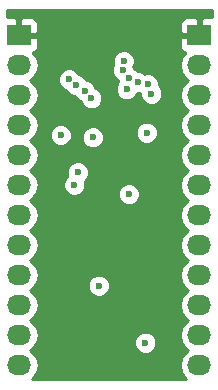
<source format=gbr>
G04 #@! TF.FileFunction,Copper,L3,Inr,Signal*
%FSLAX46Y46*%
G04 Gerber Fmt 4.6, Leading zero omitted, Abs format (unit mm)*
G04 Created by KiCad (PCBNEW 4.0.4-stable) date 06/20/17 22:04:30*
%MOMM*%
%LPD*%
G01*
G04 APERTURE LIST*
%ADD10C,0.100000*%
%ADD11R,2.032000X1.727200*%
%ADD12O,2.032000X1.727200*%
%ADD13C,0.600000*%
%ADD14C,0.254000*%
G04 APERTURE END LIST*
D10*
D11*
X27000000Y-20000000D03*
D12*
X27000000Y-22540000D03*
X27000000Y-25080000D03*
X27000000Y-27620000D03*
X27000000Y-30160000D03*
X27000000Y-32700000D03*
X27000000Y-35240000D03*
X27000000Y-37780000D03*
X27000000Y-40320000D03*
X27000000Y-42860000D03*
X27000000Y-45400000D03*
X27000000Y-47940000D03*
D11*
X42300000Y-20000000D03*
D12*
X42300000Y-22540000D03*
X42300000Y-25080000D03*
X42300000Y-27620000D03*
X42300000Y-30160000D03*
X42300000Y-32700000D03*
X42300000Y-35240000D03*
X42300000Y-37780000D03*
X42300000Y-40320000D03*
X42300000Y-42860000D03*
X42300000Y-45400000D03*
X42300000Y-47940000D03*
D13*
X30506500Y-32295000D03*
X40555480Y-32131000D03*
X37531500Y-34226500D03*
X35814000Y-28448000D03*
X35623500Y-43688000D03*
X33439500Y-48958500D03*
X29652500Y-46228000D03*
X32956500Y-38735000D03*
X32131000Y-38989000D03*
X36512500Y-28003500D03*
X30543500Y-28448000D03*
X36323020Y-33464500D03*
X37719000Y-46037500D03*
X33782000Y-41211500D03*
X37832500Y-28257500D03*
X36131500Y-24574500D03*
X31703999Y-32685001D03*
X32004000Y-31623000D03*
X33274000Y-28653998D03*
X35830847Y-22990517D03*
X35889143Y-22192642D03*
X36322000Y-23622000D03*
X37084000Y-24003000D03*
X37909500Y-24179000D03*
X38237000Y-24954000D03*
X31251500Y-23749000D03*
X31877000Y-24257000D03*
X32575500Y-24701500D03*
X33147000Y-25336500D03*
D14*
G36*
X43359000Y-18501400D02*
X42585750Y-18501400D01*
X42427000Y-18660150D01*
X42427000Y-19873000D01*
X42447000Y-19873000D01*
X42447000Y-20127000D01*
X42427000Y-20127000D01*
X42427000Y-20147000D01*
X42173000Y-20147000D01*
X42173000Y-20127000D01*
X40807750Y-20127000D01*
X40649000Y-20285750D01*
X40649000Y-20989910D01*
X40745673Y-21223299D01*
X40924302Y-21401927D01*
X41077780Y-21465500D01*
X41055585Y-21480330D01*
X40730729Y-21966511D01*
X40616655Y-22540000D01*
X40730729Y-23113489D01*
X41055585Y-23599670D01*
X41370366Y-23810000D01*
X41055585Y-24020330D01*
X40730729Y-24506511D01*
X40616655Y-25080000D01*
X40730729Y-25653489D01*
X41055585Y-26139670D01*
X41370366Y-26350000D01*
X41055585Y-26560330D01*
X40730729Y-27046511D01*
X40616655Y-27620000D01*
X40730729Y-28193489D01*
X41055585Y-28679670D01*
X41370366Y-28890000D01*
X41055585Y-29100330D01*
X40730729Y-29586511D01*
X40616655Y-30160000D01*
X40730729Y-30733489D01*
X41055585Y-31219670D01*
X41370366Y-31430000D01*
X41055585Y-31640330D01*
X40730729Y-32126511D01*
X40616655Y-32700000D01*
X40730729Y-33273489D01*
X41055585Y-33759670D01*
X41370366Y-33970000D01*
X41055585Y-34180330D01*
X40730729Y-34666511D01*
X40616655Y-35240000D01*
X40730729Y-35813489D01*
X41055585Y-36299670D01*
X41370366Y-36510000D01*
X41055585Y-36720330D01*
X40730729Y-37206511D01*
X40616655Y-37780000D01*
X40730729Y-38353489D01*
X41055585Y-38839670D01*
X41370366Y-39050000D01*
X41055585Y-39260330D01*
X40730729Y-39746511D01*
X40616655Y-40320000D01*
X40730729Y-40893489D01*
X41055585Y-41379670D01*
X41370366Y-41590000D01*
X41055585Y-41800330D01*
X40730729Y-42286511D01*
X40616655Y-42860000D01*
X40730729Y-43433489D01*
X41055585Y-43919670D01*
X41370366Y-44130000D01*
X41055585Y-44340330D01*
X40730729Y-44826511D01*
X40616655Y-45400000D01*
X40730729Y-45973489D01*
X41055585Y-46459670D01*
X41370366Y-46670000D01*
X41055585Y-46880330D01*
X40730729Y-47366511D01*
X40616655Y-47940000D01*
X40730729Y-48513489D01*
X41055585Y-48999670D01*
X41166828Y-49074000D01*
X28133172Y-49074000D01*
X28244415Y-48999670D01*
X28569271Y-48513489D01*
X28683345Y-47940000D01*
X28569271Y-47366511D01*
X28244415Y-46880330D01*
X27929634Y-46670000D01*
X28244415Y-46459670D01*
X28402775Y-46222667D01*
X36783838Y-46222667D01*
X36925883Y-46566443D01*
X37188673Y-46829692D01*
X37532201Y-46972338D01*
X37904167Y-46972662D01*
X38247943Y-46830617D01*
X38511192Y-46567827D01*
X38653838Y-46224299D01*
X38654162Y-45852333D01*
X38512117Y-45508557D01*
X38249327Y-45245308D01*
X37905799Y-45102662D01*
X37533833Y-45102338D01*
X37190057Y-45244383D01*
X36926808Y-45507173D01*
X36784162Y-45850701D01*
X36783838Y-46222667D01*
X28402775Y-46222667D01*
X28569271Y-45973489D01*
X28683345Y-45400000D01*
X28569271Y-44826511D01*
X28244415Y-44340330D01*
X27929634Y-44130000D01*
X28244415Y-43919670D01*
X28569271Y-43433489D01*
X28683345Y-42860000D01*
X28569271Y-42286511D01*
X28244415Y-41800330D01*
X27929634Y-41590000D01*
X28218977Y-41396667D01*
X32846838Y-41396667D01*
X32988883Y-41740443D01*
X33251673Y-42003692D01*
X33595201Y-42146338D01*
X33967167Y-42146662D01*
X34310943Y-42004617D01*
X34574192Y-41741827D01*
X34716838Y-41398299D01*
X34717162Y-41026333D01*
X34575117Y-40682557D01*
X34312327Y-40419308D01*
X33968799Y-40276662D01*
X33596833Y-40276338D01*
X33253057Y-40418383D01*
X32989808Y-40681173D01*
X32847162Y-41024701D01*
X32846838Y-41396667D01*
X28218977Y-41396667D01*
X28244415Y-41379670D01*
X28569271Y-40893489D01*
X28683345Y-40320000D01*
X28569271Y-39746511D01*
X28244415Y-39260330D01*
X27929634Y-39050000D01*
X28244415Y-38839670D01*
X28569271Y-38353489D01*
X28683345Y-37780000D01*
X28569271Y-37206511D01*
X28244415Y-36720330D01*
X27929634Y-36510000D01*
X28244415Y-36299670D01*
X28569271Y-35813489D01*
X28683345Y-35240000D01*
X28569271Y-34666511D01*
X28244415Y-34180330D01*
X27929634Y-33970000D01*
X28244415Y-33759670D01*
X28317916Y-33649667D01*
X35387858Y-33649667D01*
X35529903Y-33993443D01*
X35792693Y-34256692D01*
X36136221Y-34399338D01*
X36508187Y-34399662D01*
X36851963Y-34257617D01*
X37115212Y-33994827D01*
X37257858Y-33651299D01*
X37258182Y-33279333D01*
X37116137Y-32935557D01*
X36853347Y-32672308D01*
X36509819Y-32529662D01*
X36137853Y-32529338D01*
X35794077Y-32671383D01*
X35530828Y-32934173D01*
X35388182Y-33277701D01*
X35387858Y-33649667D01*
X28317916Y-33649667D01*
X28569271Y-33273489D01*
X28649496Y-32870168D01*
X30768837Y-32870168D01*
X30910882Y-33213944D01*
X31173672Y-33477193D01*
X31517200Y-33619839D01*
X31889166Y-33620163D01*
X32232942Y-33478118D01*
X32496191Y-33215328D01*
X32638837Y-32871800D01*
X32639161Y-32499834D01*
X32583653Y-32365495D01*
X32796192Y-32153327D01*
X32938838Y-31809799D01*
X32939162Y-31437833D01*
X32797117Y-31094057D01*
X32534327Y-30830808D01*
X32190799Y-30688162D01*
X31818833Y-30687838D01*
X31475057Y-30829883D01*
X31211808Y-31092673D01*
X31069162Y-31436201D01*
X31068838Y-31808167D01*
X31124346Y-31942506D01*
X30911807Y-32154674D01*
X30769161Y-32498202D01*
X30768837Y-32870168D01*
X28649496Y-32870168D01*
X28683345Y-32700000D01*
X28569271Y-32126511D01*
X28244415Y-31640330D01*
X27929634Y-31430000D01*
X28244415Y-31219670D01*
X28569271Y-30733489D01*
X28683345Y-30160000D01*
X28569271Y-29586511D01*
X28244415Y-29100330D01*
X27929634Y-28890000D01*
X28244415Y-28679670D01*
X28275487Y-28633167D01*
X29608338Y-28633167D01*
X29750383Y-28976943D01*
X30013173Y-29240192D01*
X30356701Y-29382838D01*
X30728667Y-29383162D01*
X31072443Y-29241117D01*
X31335692Y-28978327D01*
X31393477Y-28839165D01*
X32338838Y-28839165D01*
X32480883Y-29182941D01*
X32743673Y-29446190D01*
X33087201Y-29588836D01*
X33459167Y-29589160D01*
X33802943Y-29447115D01*
X34066192Y-29184325D01*
X34208838Y-28840797D01*
X34209162Y-28468831D01*
X34198352Y-28442667D01*
X36897338Y-28442667D01*
X37039383Y-28786443D01*
X37302173Y-29049692D01*
X37645701Y-29192338D01*
X38017667Y-29192662D01*
X38361443Y-29050617D01*
X38624692Y-28787827D01*
X38767338Y-28444299D01*
X38767662Y-28072333D01*
X38625617Y-27728557D01*
X38362827Y-27465308D01*
X38019299Y-27322662D01*
X37647333Y-27322338D01*
X37303557Y-27464383D01*
X37040308Y-27727173D01*
X36897662Y-28070701D01*
X36897338Y-28442667D01*
X34198352Y-28442667D01*
X34067117Y-28125055D01*
X33804327Y-27861806D01*
X33460799Y-27719160D01*
X33088833Y-27718836D01*
X32745057Y-27860881D01*
X32481808Y-28123671D01*
X32339162Y-28467199D01*
X32338838Y-28839165D01*
X31393477Y-28839165D01*
X31478338Y-28634799D01*
X31478662Y-28262833D01*
X31336617Y-27919057D01*
X31073827Y-27655808D01*
X30730299Y-27513162D01*
X30358333Y-27512838D01*
X30014557Y-27654883D01*
X29751308Y-27917673D01*
X29608662Y-28261201D01*
X29608338Y-28633167D01*
X28275487Y-28633167D01*
X28569271Y-28193489D01*
X28683345Y-27620000D01*
X28569271Y-27046511D01*
X28244415Y-26560330D01*
X27929634Y-26350000D01*
X28244415Y-26139670D01*
X28569271Y-25653489D01*
X28683345Y-25080000D01*
X28569271Y-24506511D01*
X28244415Y-24020330D01*
X28115463Y-23934167D01*
X30316338Y-23934167D01*
X30458383Y-24277943D01*
X30721173Y-24541192D01*
X31036929Y-24672306D01*
X31083883Y-24785943D01*
X31346673Y-25049192D01*
X31690201Y-25191838D01*
X31766459Y-25191904D01*
X31782383Y-25230443D01*
X32045173Y-25493692D01*
X32232402Y-25571437D01*
X32353883Y-25865443D01*
X32616673Y-26128692D01*
X32960201Y-26271338D01*
X33332167Y-26271662D01*
X33675943Y-26129617D01*
X33939192Y-25866827D01*
X34081838Y-25523299D01*
X34082162Y-25151333D01*
X33940117Y-24807557D01*
X33677327Y-24544308D01*
X33490098Y-24466563D01*
X33368617Y-24172557D01*
X33105827Y-23909308D01*
X32762299Y-23766662D01*
X32686041Y-23766596D01*
X32670117Y-23728057D01*
X32407327Y-23464808D01*
X32091571Y-23333694D01*
X32044617Y-23220057D01*
X32000322Y-23175684D01*
X34895685Y-23175684D01*
X35037730Y-23519460D01*
X35300520Y-23782709D01*
X35392516Y-23820909D01*
X35442290Y-23941371D01*
X35339308Y-24044173D01*
X35196662Y-24387701D01*
X35196338Y-24759667D01*
X35338383Y-25103443D01*
X35601173Y-25366692D01*
X35944701Y-25509338D01*
X36316667Y-25509662D01*
X36660443Y-25367617D01*
X36923692Y-25104827D01*
X36992998Y-24937921D01*
X37269167Y-24938162D01*
X37302025Y-24924585D01*
X37301838Y-25139167D01*
X37443883Y-25482943D01*
X37706673Y-25746192D01*
X38050201Y-25888838D01*
X38422167Y-25889162D01*
X38765943Y-25747117D01*
X39029192Y-25484327D01*
X39171838Y-25140799D01*
X39172162Y-24768833D01*
X39030117Y-24425057D01*
X38844448Y-24239064D01*
X38844662Y-23993833D01*
X38702617Y-23650057D01*
X38439827Y-23386808D01*
X38096299Y-23244162D01*
X37724333Y-23243838D01*
X37669795Y-23266373D01*
X37614327Y-23210808D01*
X37270799Y-23068162D01*
X37090108Y-23068005D01*
X36852327Y-22829808D01*
X36760331Y-22791608D01*
X36706715Y-22661847D01*
X36823981Y-22379441D01*
X36824305Y-22007475D01*
X36682260Y-21663699D01*
X36419470Y-21400450D01*
X36075942Y-21257804D01*
X35703976Y-21257480D01*
X35360200Y-21399525D01*
X35096951Y-21662315D01*
X34954305Y-22005843D01*
X34953981Y-22377809D01*
X35013275Y-22521312D01*
X34896009Y-22803718D01*
X34895685Y-23175684D01*
X32000322Y-23175684D01*
X31781827Y-22956808D01*
X31438299Y-22814162D01*
X31066333Y-22813838D01*
X30722557Y-22955883D01*
X30459308Y-23218673D01*
X30316662Y-23562201D01*
X30316338Y-23934167D01*
X28115463Y-23934167D01*
X27929634Y-23810000D01*
X28244415Y-23599670D01*
X28569271Y-23113489D01*
X28683345Y-22540000D01*
X28569271Y-21966511D01*
X28244415Y-21480330D01*
X28222220Y-21465500D01*
X28375698Y-21401927D01*
X28554327Y-21223299D01*
X28651000Y-20989910D01*
X28651000Y-20285750D01*
X28492250Y-20127000D01*
X27127000Y-20127000D01*
X27127000Y-20147000D01*
X26873000Y-20147000D01*
X26873000Y-20127000D01*
X26853000Y-20127000D01*
X26853000Y-19873000D01*
X26873000Y-19873000D01*
X26873000Y-18660150D01*
X27127000Y-18660150D01*
X27127000Y-19873000D01*
X28492250Y-19873000D01*
X28651000Y-19714250D01*
X28651000Y-19010090D01*
X40649000Y-19010090D01*
X40649000Y-19714250D01*
X40807750Y-19873000D01*
X42173000Y-19873000D01*
X42173000Y-18660150D01*
X42014250Y-18501400D01*
X41157691Y-18501400D01*
X40924302Y-18598073D01*
X40745673Y-18776701D01*
X40649000Y-19010090D01*
X28651000Y-19010090D01*
X28554327Y-18776701D01*
X28375698Y-18598073D01*
X28142309Y-18501400D01*
X27285750Y-18501400D01*
X27127000Y-18660150D01*
X26873000Y-18660150D01*
X26714250Y-18501400D01*
X25983000Y-18501400D01*
X25983000Y-17907000D01*
X43359000Y-17907000D01*
X43359000Y-18501400D01*
X43359000Y-18501400D01*
G37*
X43359000Y-18501400D02*
X42585750Y-18501400D01*
X42427000Y-18660150D01*
X42427000Y-19873000D01*
X42447000Y-19873000D01*
X42447000Y-20127000D01*
X42427000Y-20127000D01*
X42427000Y-20147000D01*
X42173000Y-20147000D01*
X42173000Y-20127000D01*
X40807750Y-20127000D01*
X40649000Y-20285750D01*
X40649000Y-20989910D01*
X40745673Y-21223299D01*
X40924302Y-21401927D01*
X41077780Y-21465500D01*
X41055585Y-21480330D01*
X40730729Y-21966511D01*
X40616655Y-22540000D01*
X40730729Y-23113489D01*
X41055585Y-23599670D01*
X41370366Y-23810000D01*
X41055585Y-24020330D01*
X40730729Y-24506511D01*
X40616655Y-25080000D01*
X40730729Y-25653489D01*
X41055585Y-26139670D01*
X41370366Y-26350000D01*
X41055585Y-26560330D01*
X40730729Y-27046511D01*
X40616655Y-27620000D01*
X40730729Y-28193489D01*
X41055585Y-28679670D01*
X41370366Y-28890000D01*
X41055585Y-29100330D01*
X40730729Y-29586511D01*
X40616655Y-30160000D01*
X40730729Y-30733489D01*
X41055585Y-31219670D01*
X41370366Y-31430000D01*
X41055585Y-31640330D01*
X40730729Y-32126511D01*
X40616655Y-32700000D01*
X40730729Y-33273489D01*
X41055585Y-33759670D01*
X41370366Y-33970000D01*
X41055585Y-34180330D01*
X40730729Y-34666511D01*
X40616655Y-35240000D01*
X40730729Y-35813489D01*
X41055585Y-36299670D01*
X41370366Y-36510000D01*
X41055585Y-36720330D01*
X40730729Y-37206511D01*
X40616655Y-37780000D01*
X40730729Y-38353489D01*
X41055585Y-38839670D01*
X41370366Y-39050000D01*
X41055585Y-39260330D01*
X40730729Y-39746511D01*
X40616655Y-40320000D01*
X40730729Y-40893489D01*
X41055585Y-41379670D01*
X41370366Y-41590000D01*
X41055585Y-41800330D01*
X40730729Y-42286511D01*
X40616655Y-42860000D01*
X40730729Y-43433489D01*
X41055585Y-43919670D01*
X41370366Y-44130000D01*
X41055585Y-44340330D01*
X40730729Y-44826511D01*
X40616655Y-45400000D01*
X40730729Y-45973489D01*
X41055585Y-46459670D01*
X41370366Y-46670000D01*
X41055585Y-46880330D01*
X40730729Y-47366511D01*
X40616655Y-47940000D01*
X40730729Y-48513489D01*
X41055585Y-48999670D01*
X41166828Y-49074000D01*
X28133172Y-49074000D01*
X28244415Y-48999670D01*
X28569271Y-48513489D01*
X28683345Y-47940000D01*
X28569271Y-47366511D01*
X28244415Y-46880330D01*
X27929634Y-46670000D01*
X28244415Y-46459670D01*
X28402775Y-46222667D01*
X36783838Y-46222667D01*
X36925883Y-46566443D01*
X37188673Y-46829692D01*
X37532201Y-46972338D01*
X37904167Y-46972662D01*
X38247943Y-46830617D01*
X38511192Y-46567827D01*
X38653838Y-46224299D01*
X38654162Y-45852333D01*
X38512117Y-45508557D01*
X38249327Y-45245308D01*
X37905799Y-45102662D01*
X37533833Y-45102338D01*
X37190057Y-45244383D01*
X36926808Y-45507173D01*
X36784162Y-45850701D01*
X36783838Y-46222667D01*
X28402775Y-46222667D01*
X28569271Y-45973489D01*
X28683345Y-45400000D01*
X28569271Y-44826511D01*
X28244415Y-44340330D01*
X27929634Y-44130000D01*
X28244415Y-43919670D01*
X28569271Y-43433489D01*
X28683345Y-42860000D01*
X28569271Y-42286511D01*
X28244415Y-41800330D01*
X27929634Y-41590000D01*
X28218977Y-41396667D01*
X32846838Y-41396667D01*
X32988883Y-41740443D01*
X33251673Y-42003692D01*
X33595201Y-42146338D01*
X33967167Y-42146662D01*
X34310943Y-42004617D01*
X34574192Y-41741827D01*
X34716838Y-41398299D01*
X34717162Y-41026333D01*
X34575117Y-40682557D01*
X34312327Y-40419308D01*
X33968799Y-40276662D01*
X33596833Y-40276338D01*
X33253057Y-40418383D01*
X32989808Y-40681173D01*
X32847162Y-41024701D01*
X32846838Y-41396667D01*
X28218977Y-41396667D01*
X28244415Y-41379670D01*
X28569271Y-40893489D01*
X28683345Y-40320000D01*
X28569271Y-39746511D01*
X28244415Y-39260330D01*
X27929634Y-39050000D01*
X28244415Y-38839670D01*
X28569271Y-38353489D01*
X28683345Y-37780000D01*
X28569271Y-37206511D01*
X28244415Y-36720330D01*
X27929634Y-36510000D01*
X28244415Y-36299670D01*
X28569271Y-35813489D01*
X28683345Y-35240000D01*
X28569271Y-34666511D01*
X28244415Y-34180330D01*
X27929634Y-33970000D01*
X28244415Y-33759670D01*
X28317916Y-33649667D01*
X35387858Y-33649667D01*
X35529903Y-33993443D01*
X35792693Y-34256692D01*
X36136221Y-34399338D01*
X36508187Y-34399662D01*
X36851963Y-34257617D01*
X37115212Y-33994827D01*
X37257858Y-33651299D01*
X37258182Y-33279333D01*
X37116137Y-32935557D01*
X36853347Y-32672308D01*
X36509819Y-32529662D01*
X36137853Y-32529338D01*
X35794077Y-32671383D01*
X35530828Y-32934173D01*
X35388182Y-33277701D01*
X35387858Y-33649667D01*
X28317916Y-33649667D01*
X28569271Y-33273489D01*
X28649496Y-32870168D01*
X30768837Y-32870168D01*
X30910882Y-33213944D01*
X31173672Y-33477193D01*
X31517200Y-33619839D01*
X31889166Y-33620163D01*
X32232942Y-33478118D01*
X32496191Y-33215328D01*
X32638837Y-32871800D01*
X32639161Y-32499834D01*
X32583653Y-32365495D01*
X32796192Y-32153327D01*
X32938838Y-31809799D01*
X32939162Y-31437833D01*
X32797117Y-31094057D01*
X32534327Y-30830808D01*
X32190799Y-30688162D01*
X31818833Y-30687838D01*
X31475057Y-30829883D01*
X31211808Y-31092673D01*
X31069162Y-31436201D01*
X31068838Y-31808167D01*
X31124346Y-31942506D01*
X30911807Y-32154674D01*
X30769161Y-32498202D01*
X30768837Y-32870168D01*
X28649496Y-32870168D01*
X28683345Y-32700000D01*
X28569271Y-32126511D01*
X28244415Y-31640330D01*
X27929634Y-31430000D01*
X28244415Y-31219670D01*
X28569271Y-30733489D01*
X28683345Y-30160000D01*
X28569271Y-29586511D01*
X28244415Y-29100330D01*
X27929634Y-28890000D01*
X28244415Y-28679670D01*
X28275487Y-28633167D01*
X29608338Y-28633167D01*
X29750383Y-28976943D01*
X30013173Y-29240192D01*
X30356701Y-29382838D01*
X30728667Y-29383162D01*
X31072443Y-29241117D01*
X31335692Y-28978327D01*
X31393477Y-28839165D01*
X32338838Y-28839165D01*
X32480883Y-29182941D01*
X32743673Y-29446190D01*
X33087201Y-29588836D01*
X33459167Y-29589160D01*
X33802943Y-29447115D01*
X34066192Y-29184325D01*
X34208838Y-28840797D01*
X34209162Y-28468831D01*
X34198352Y-28442667D01*
X36897338Y-28442667D01*
X37039383Y-28786443D01*
X37302173Y-29049692D01*
X37645701Y-29192338D01*
X38017667Y-29192662D01*
X38361443Y-29050617D01*
X38624692Y-28787827D01*
X38767338Y-28444299D01*
X38767662Y-28072333D01*
X38625617Y-27728557D01*
X38362827Y-27465308D01*
X38019299Y-27322662D01*
X37647333Y-27322338D01*
X37303557Y-27464383D01*
X37040308Y-27727173D01*
X36897662Y-28070701D01*
X36897338Y-28442667D01*
X34198352Y-28442667D01*
X34067117Y-28125055D01*
X33804327Y-27861806D01*
X33460799Y-27719160D01*
X33088833Y-27718836D01*
X32745057Y-27860881D01*
X32481808Y-28123671D01*
X32339162Y-28467199D01*
X32338838Y-28839165D01*
X31393477Y-28839165D01*
X31478338Y-28634799D01*
X31478662Y-28262833D01*
X31336617Y-27919057D01*
X31073827Y-27655808D01*
X30730299Y-27513162D01*
X30358333Y-27512838D01*
X30014557Y-27654883D01*
X29751308Y-27917673D01*
X29608662Y-28261201D01*
X29608338Y-28633167D01*
X28275487Y-28633167D01*
X28569271Y-28193489D01*
X28683345Y-27620000D01*
X28569271Y-27046511D01*
X28244415Y-26560330D01*
X27929634Y-26350000D01*
X28244415Y-26139670D01*
X28569271Y-25653489D01*
X28683345Y-25080000D01*
X28569271Y-24506511D01*
X28244415Y-24020330D01*
X28115463Y-23934167D01*
X30316338Y-23934167D01*
X30458383Y-24277943D01*
X30721173Y-24541192D01*
X31036929Y-24672306D01*
X31083883Y-24785943D01*
X31346673Y-25049192D01*
X31690201Y-25191838D01*
X31766459Y-25191904D01*
X31782383Y-25230443D01*
X32045173Y-25493692D01*
X32232402Y-25571437D01*
X32353883Y-25865443D01*
X32616673Y-26128692D01*
X32960201Y-26271338D01*
X33332167Y-26271662D01*
X33675943Y-26129617D01*
X33939192Y-25866827D01*
X34081838Y-25523299D01*
X34082162Y-25151333D01*
X33940117Y-24807557D01*
X33677327Y-24544308D01*
X33490098Y-24466563D01*
X33368617Y-24172557D01*
X33105827Y-23909308D01*
X32762299Y-23766662D01*
X32686041Y-23766596D01*
X32670117Y-23728057D01*
X32407327Y-23464808D01*
X32091571Y-23333694D01*
X32044617Y-23220057D01*
X32000322Y-23175684D01*
X34895685Y-23175684D01*
X35037730Y-23519460D01*
X35300520Y-23782709D01*
X35392516Y-23820909D01*
X35442290Y-23941371D01*
X35339308Y-24044173D01*
X35196662Y-24387701D01*
X35196338Y-24759667D01*
X35338383Y-25103443D01*
X35601173Y-25366692D01*
X35944701Y-25509338D01*
X36316667Y-25509662D01*
X36660443Y-25367617D01*
X36923692Y-25104827D01*
X36992998Y-24937921D01*
X37269167Y-24938162D01*
X37302025Y-24924585D01*
X37301838Y-25139167D01*
X37443883Y-25482943D01*
X37706673Y-25746192D01*
X38050201Y-25888838D01*
X38422167Y-25889162D01*
X38765943Y-25747117D01*
X39029192Y-25484327D01*
X39171838Y-25140799D01*
X39172162Y-24768833D01*
X39030117Y-24425057D01*
X38844448Y-24239064D01*
X38844662Y-23993833D01*
X38702617Y-23650057D01*
X38439827Y-23386808D01*
X38096299Y-23244162D01*
X37724333Y-23243838D01*
X37669795Y-23266373D01*
X37614327Y-23210808D01*
X37270799Y-23068162D01*
X37090108Y-23068005D01*
X36852327Y-22829808D01*
X36760331Y-22791608D01*
X36706715Y-22661847D01*
X36823981Y-22379441D01*
X36824305Y-22007475D01*
X36682260Y-21663699D01*
X36419470Y-21400450D01*
X36075942Y-21257804D01*
X35703976Y-21257480D01*
X35360200Y-21399525D01*
X35096951Y-21662315D01*
X34954305Y-22005843D01*
X34953981Y-22377809D01*
X35013275Y-22521312D01*
X34896009Y-22803718D01*
X34895685Y-23175684D01*
X32000322Y-23175684D01*
X31781827Y-22956808D01*
X31438299Y-22814162D01*
X31066333Y-22813838D01*
X30722557Y-22955883D01*
X30459308Y-23218673D01*
X30316662Y-23562201D01*
X30316338Y-23934167D01*
X28115463Y-23934167D01*
X27929634Y-23810000D01*
X28244415Y-23599670D01*
X28569271Y-23113489D01*
X28683345Y-22540000D01*
X28569271Y-21966511D01*
X28244415Y-21480330D01*
X28222220Y-21465500D01*
X28375698Y-21401927D01*
X28554327Y-21223299D01*
X28651000Y-20989910D01*
X28651000Y-20285750D01*
X28492250Y-20127000D01*
X27127000Y-20127000D01*
X27127000Y-20147000D01*
X26873000Y-20147000D01*
X26873000Y-20127000D01*
X26853000Y-20127000D01*
X26853000Y-19873000D01*
X26873000Y-19873000D01*
X26873000Y-18660150D01*
X27127000Y-18660150D01*
X27127000Y-19873000D01*
X28492250Y-19873000D01*
X28651000Y-19714250D01*
X28651000Y-19010090D01*
X40649000Y-19010090D01*
X40649000Y-19714250D01*
X40807750Y-19873000D01*
X42173000Y-19873000D01*
X42173000Y-18660150D01*
X42014250Y-18501400D01*
X41157691Y-18501400D01*
X40924302Y-18598073D01*
X40745673Y-18776701D01*
X40649000Y-19010090D01*
X28651000Y-19010090D01*
X28554327Y-18776701D01*
X28375698Y-18598073D01*
X28142309Y-18501400D01*
X27285750Y-18501400D01*
X27127000Y-18660150D01*
X26873000Y-18660150D01*
X26714250Y-18501400D01*
X25983000Y-18501400D01*
X25983000Y-17907000D01*
X43359000Y-17907000D01*
X43359000Y-18501400D01*
M02*

</source>
